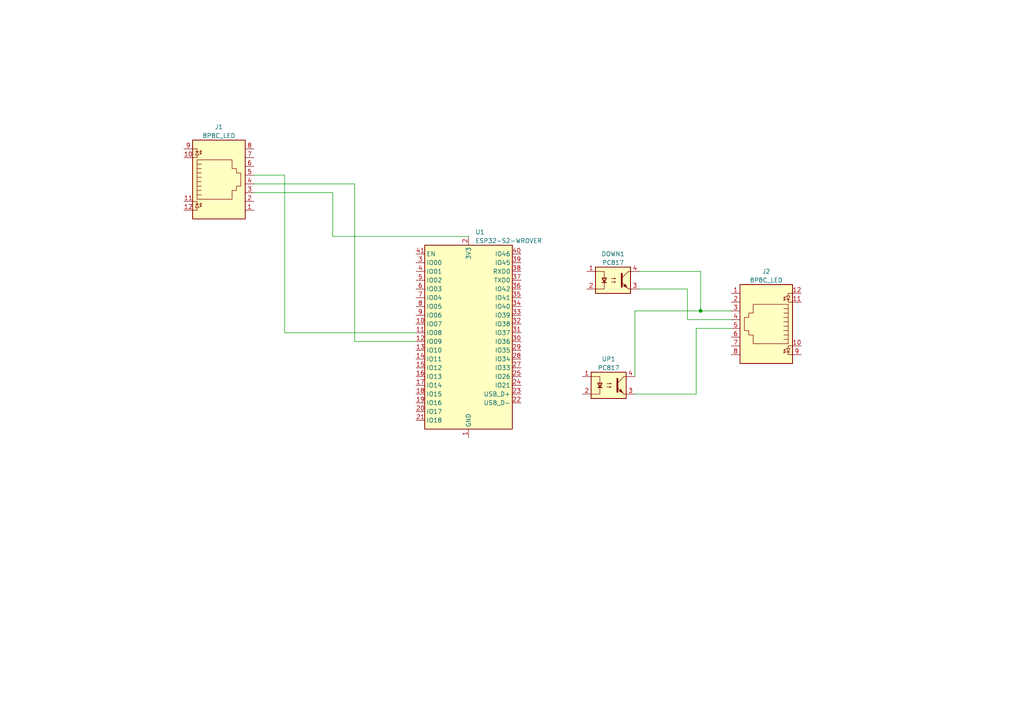
<source format=kicad_sch>
(kicad_sch (version 20230121) (generator eeschema)
  (paper "A4")
  (lib_symbols
    (symbol "Connector:8P8C_LED" (pin_names (offset 1.016))
      (property "Reference" "J" (at -5.08 13.97 0))
      (property "Value" "8P8C_LED" (at 1.27 13.97 0))
      (symbol "8P8C_LED_0_1"
        (polyline (pts (xy -7.62 -7.62) (xy -6.35 -7.62)))
        (polyline (pts (xy -7.62 -5.08) (xy -6.35 -5.08)))
        (polyline (pts (xy -7.62 7.62) (xy -6.35 7.62)))
        (polyline (pts (xy -7.62 10.16) (xy -6.35 10.16)))
        (polyline (pts (xy -6.858 -5.842) (xy -5.842 -5.842)))
        (polyline (pts (xy -6.858 9.398) (xy -5.842 9.398)))
        (polyline (pts (xy -6.35 -7.62) (xy -6.35 -6.858)))
        (polyline (pts (xy -6.35 -5.08) (xy -6.35 -5.842)))
        (polyline (pts (xy -6.35 7.62) (xy -6.35 8.382)))
        (polyline (pts (xy -6.35 10.16) (xy -6.35 9.398)))
        (polyline (pts (xy -5.08 -6.223) (xy -5.207 -6.604)))
        (polyline (pts (xy -5.08 -5.588) (xy -5.207 -5.969)))
        (polyline (pts (xy -5.08 4.445) (xy -6.35 4.445)))
        (polyline (pts (xy -5.08 5.715) (xy -6.35 5.715)))
        (polyline (pts (xy -5.08 9.017) (xy -5.207 8.636)))
        (polyline (pts (xy -5.08 9.652) (xy -5.207 9.271)))
        (polyline (pts (xy -6.35 -3.175) (xy -5.08 -3.175) (xy -5.08 -3.175)))
        (polyline (pts (xy -6.35 -1.905) (xy -5.08 -1.905) (xy -5.08 -1.905)))
        (polyline (pts (xy -6.35 -0.635) (xy -5.08 -0.635) (xy -5.08 -0.635)))
        (polyline (pts (xy -6.35 0.635) (xy -5.08 0.635) (xy -5.08 0.635)))
        (polyline (pts (xy -6.35 1.905) (xy -5.08 1.905) (xy -5.08 1.905)))
        (polyline (pts (xy -5.588 -6.731) (xy -5.08 -6.223) (xy -5.461 -6.35)))
        (polyline (pts (xy -5.588 -6.096) (xy -5.08 -5.588) (xy -5.461 -5.715)))
        (polyline (pts (xy -5.588 8.509) (xy -5.08 9.017) (xy -5.461 8.89)))
        (polyline (pts (xy -5.588 9.144) (xy -5.08 9.652) (xy -5.461 9.525)))
        (polyline (pts (xy -5.08 3.175) (xy -6.35 3.175) (xy -6.35 3.175)))
        (polyline (pts (xy -6.35 -5.842) (xy -6.858 -6.858) (xy -5.842 -6.858) (xy -6.35 -5.842)))
        (polyline (pts (xy -6.35 9.398) (xy -6.858 8.382) (xy -5.842 8.382) (xy -6.35 9.398)))
        (polyline (pts (xy -6.35 -4.445) (xy -6.35 6.985) (xy 3.81 6.985) (xy 3.81 4.445) (xy 5.08 4.445) (xy 5.08 3.175) (xy 6.35 3.175) (xy 6.35 -0.635) (xy 5.08 -0.635) (xy 5.08 -1.905) (xy 3.81 -1.905) (xy 3.81 -4.445) (xy -6.35 -4.445) (xy -6.35 -4.445)))
        (rectangle (start 7.62 12.7) (end -7.62 -10.16) (stroke (width 0.254)) (fill (type background)))
      )
      (symbol "8P8C_LED_1_1"
        (pin passive line (at 10.16 -7.62 180) (length 2.54) (name "~") (number "1"))
        (pin passive line (at -10.16 7.62 0) (length 2.54) (name "~") (number "10"))
        (pin passive line (at -10.16 -5.08 0) (length 2.54) (name "~") (number "11"))
        (pin passive line (at -10.16 -7.62 0) (length 2.54) (name "~") (number "12"))
        (pin passive line (at 10.16 -5.08 180) (length 2.54) (name "~") (number "2"))
        (pin passive line (at 10.16 -2.54 180) (length 2.54) (name "~") (number "3"))
        (pin passive line (at 10.16 0 180) (length 2.54) (name "~") (number "4"))
        (pin passive line (at 10.16 2.54 180) (length 2.54) (name "~") (number "5"))
        (pin passive line (at 10.16 5.08 180) (length 2.54) (name "~") (number "6"))
        (pin passive line (at 10.16 7.62 180) (length 2.54) (name "~") (number "7"))
        (pin passive line (at 10.16 10.16 180) (length 2.54) (name "~") (number "8"))
        (pin passive line (at -10.16 10.16 0) (length 2.54) (name "~") (number "9"))
      )
    )
    (symbol "Isolator:PC817" (pin_names (offset 1.016))
      (property "Reference" "U" (at -5.08 5.08 0))
      (property "Value" "PC817" (at 0 5.08 0))
      (symbol "PC817_0_1"
        (rectangle (start -5.08 3.81) (end 5.08 -3.81) (stroke (width 0.254)) (fill (type background)))
        (polyline (pts (xy -3.175 -0.635) (xy -1.905 -0.635)) (stroke (width 0.254)))
        (polyline (pts (xy 2.54 0.635) (xy 4.445 2.54)))
        (polyline (pts (xy 4.445 -2.54) (xy 2.54 -0.635)) (fill (type outline)))
        (polyline (pts (xy 4.445 -2.54) (xy 5.08 -2.54)))
        (polyline (pts (xy 4.445 2.54) (xy 5.08 2.54)))
        (polyline (pts (xy -5.08 2.54) (xy -2.54 2.54) (xy -2.54 -0.635)))
        (polyline (pts (xy -2.54 -0.635) (xy -2.54 -2.54) (xy -5.08 -2.54)))
        (polyline (pts (xy 2.54 1.905) (xy 2.54 -1.905) (xy 2.54 -1.905)) (stroke (width 0.508)))
        (polyline (pts (xy -2.54 -0.635) (xy -3.175 0.635) (xy -1.905 0.635) (xy -2.54 -0.635)) (stroke (width 0.254)))
        (polyline (pts (xy -0.508 -0.508) (xy 0.762 -0.508) (xy 0.381 -0.635) (xy 0.381 -0.381) (xy 0.762 -0.508)))
        (polyline (pts (xy -0.508 0.508) (xy 0.762 0.508) (xy 0.381 0.381) (xy 0.381 0.635) (xy 0.762 0.508)))
        (polyline (pts (xy 3.048 -1.651) (xy 3.556 -1.143) (xy 4.064 -2.159) (xy 3.048 -1.651) (xy 3.048 -1.651)) (fill (type outline)))
      )
      (symbol "PC817_1_1"
        (pin passive line (at -7.62 2.54 0) (length 2.54) (name "~") (number "1"))
        (pin passive line (at -7.62 -2.54 0) (length 2.54) (name "~") (number "2"))
        (pin passive line (at 7.62 -2.54 180) (length 2.54) (name "~") (number "3"))
        (pin passive line (at 7.62 2.54 180) (length 2.54) (name "~") (number "4"))
      )
    )
    (symbol "RF_Module:ESP32-S2-WROVER"
      (property "Reference" "U" (at -12.7 29.21 0))
      (property "Value" "ESP32-S2-WROVER" (at 2.54 29.21 0))
      (symbol "ESP32-S2-WROVER_0_1"
        (rectangle (start -12.7 27.94) (end 12.7 -25.4) (stroke (width 0.254)) (fill (type background)))
      )
      (symbol "ESP32-S2-WROVER_1_1"
        (pin power_in line (at 0 -27.94 90) (length 2.54) (name "GND") (number "1"))
        (pin bidirectional line (at -15.24 5.08 0) (length 2.54) (name "IO07") (number "10"))
        (pin bidirectional line (at -15.24 2.54 0) (length 2.54) (name "IO08") (number "11"))
        (pin bidirectional line (at -15.24 0 0) (length 2.54) (name "IO09") (number "12"))
        (pin bidirectional line (at -15.24 -2.54 0) (length 2.54) (name "IO10") (number "13"))
        (pin bidirectional line (at -15.24 -5.08 0) (length 2.54) (name "IO11") (number "14"))
        (pin bidirectional line (at -15.24 -7.62 0) (length 2.54) (name "IO12") (number "15"))
        (pin bidirectional line (at -15.24 -10.16 0) (length 2.54) (name "IO13") (number "16"))
        (pin bidirectional line (at -15.24 -12.7 0) (length 2.54) (name "IO14") (number "17"))
        (pin bidirectional line (at -15.24 -15.24 0) (length 2.54) (name "IO15") (number "18"))
        (pin bidirectional line (at -15.24 -17.78 0) (length 2.54) (name "IO16") (number "19"))
        (pin power_in line (at 0 30.48 270) (length 2.54) (name "3V3") (number "2"))
        (pin bidirectional line (at -15.24 -20.32 0) (length 2.54) (name "IO17") (number "20"))
        (pin bidirectional line (at -15.24 -22.86 0) (length 2.54) (name "IO18") (number "21"))
        (pin bidirectional line (at 15.24 -17.78 180) (length 2.54) (name "USB_D-") (number "22"))
        (pin bidirectional line (at 15.24 -15.24 180) (length 2.54) (name "USB_D+") (number "23"))
        (pin bidirectional line (at 15.24 -12.7 180) (length 2.54) (name "IO21") (number "24"))
        (pin bidirectional line (at 15.24 -10.16 180) (length 2.54) (name "IO26") (number "25"))
        (pin passive line (at 0 -27.94 90) (length 2.54) hide (name "GND") (number "26"))
        (pin bidirectional line (at 15.24 -7.62 180) (length 2.54) (name "IO33") (number "27"))
        (pin bidirectional line (at 15.24 -5.08 180) (length 2.54) (name "IO34") (number "28"))
        (pin bidirectional line (at 15.24 -2.54 180) (length 2.54) (name "IO35") (number "29"))
        (pin bidirectional line (at -15.24 22.86 0) (length 2.54) (name "IO00") (number "3"))
        (pin bidirectional line (at 15.24 0 180) (length 2.54) (name "IO36") (number "30"))
        (pin bidirectional line (at 15.24 2.54 180) (length 2.54) (name "IO37") (number "31"))
        (pin bidirectional line (at 15.24 5.08 180) (length 2.54) (name "IO38") (number "32"))
        (pin bidirectional line (at 15.24 7.62 180) (length 2.54) (name "IO39") (number "33"))
        (pin bidirectional line (at 15.24 10.16 180) (length 2.54) (name "IO40") (number "34"))
        (pin bidirectional line (at 15.24 12.7 180) (length 2.54) (name "IO41") (number "35"))
        (pin bidirectional line (at 15.24 15.24 180) (length 2.54) (name "IO42") (number "36"))
        (pin bidirectional line (at 15.24 17.78 180) (length 2.54) (name "TXD0") (number "37"))
        (pin bidirectional line (at 15.24 20.32 180) (length 2.54) (name "RXD0") (number "38"))
        (pin bidirectional line (at 15.24 22.86 180) (length 2.54) (name "IO45") (number "39"))
        (pin bidirectional line (at -15.24 20.32 0) (length 2.54) (name "IO01") (number "4"))
        (pin input line (at 15.24 25.4 180) (length 2.54) (name "IO46") (number "40"))
        (pin input line (at -15.24 25.4 0) (length 2.54) (name "EN") (number "41"))
        (pin passive line (at 0 -27.94 90) (length 2.54) hide (name "GND") (number "42"))
        (pin passive line (at 0 -27.94 90) (length 2.54) hide (name "GND") (number "43"))
        (pin bidirectional line (at -15.24 17.78 0) (length 2.54) (name "IO02") (number "5"))
        (pin bidirectional line (at -15.24 15.24 0) (length 2.54) (name "IO03") (number "6"))
        (pin bidirectional line (at -15.24 12.7 0) (length 2.54) (name "IO04") (number "7"))
        (pin bidirectional line (at -15.24 10.16 0) (length 2.54) (name "IO05") (number "8"))
        (pin bidirectional line (at -15.24 7.62 0) (length 2.54) (name "IO06") (number "9"))
      )
    )
  )
  (junction (at 203.2 90.17))
  (wire (pts (xy 185.42 78.74) (xy 203.2 78.74)))
  (wire (pts (xy 203.2 90.17) (xy 212.09 90.17)))
  (wire (pts (xy 201.93 95.25) (xy 212.09 95.25)))
  (wire (pts (xy 102.87 99.06) (xy 120.65 99.06)))
  (wire (pts (xy 73.66 55.88) (xy 96.52 55.88)))
  (wire (pts (xy 96.52 55.88) (xy 96.52 68.58)))
  (wire (pts (xy 82.55 50.8) (xy 82.55 96.52)))
  (wire (pts (xy 96.52 68.58) (xy 135.89 68.58)))
  (wire (pts (xy 73.66 50.8) (xy 82.55 50.8)))
  (wire (pts (xy 73.66 53.34) (xy 102.87 53.34)))
  (wire (pts (xy 102.87 53.34) (xy 102.87 99.06)))
  (wire (pts (xy 185.42 83.82) (xy 199.39 83.82)))
  (wire (pts (xy 203.2 90.17) (xy 184.15 90.17)))
  (wire (pts (xy 201.93 114.3) (xy 201.93 95.25)))
  (wire (pts (xy 184.15 114.3) (xy 201.93 114.3)))
  (wire (pts (xy 199.39 83.82) (xy 199.39 92.71)))
  (wire (pts (xy 203.2 78.74) (xy 203.2 90.17)))
  (wire (pts (xy 184.15 90.17) (xy 184.15 109.22)))
  (wire (pts (xy 199.39 92.71) (xy 212.09 92.71)))
  (wire (pts (xy 82.55 96.52) (xy 120.65 96.52)))
  (symbol (lib_id "RF_Module:ESP32-S2-WROVER") (at 135.89 99.06 0) (unit 1)
    (property "Reference" "U1" (at 137.8459 67.31 0) (effects (justify left)))
    (property "Value" "ESP32-S2-WROVER" (at 137.8459 69.85 0) (effects (justify left)))
    (property "Footprint" "RF_Module:ESP32-S2-WROVER" (effects hide))
    (property "Datasheet" "https://www.espressif.com/sites/default/files/documentation/esp32-s2-wroom_esp32-s2-wroom-i_datasheet_en.pdf" (effects hide))
  )
  (symbol (lib_id "Connector:8P8C_LED") (at 222.25 92.71 180) (unit 1)
    (property "Reference" "J2" (at 222.25 78.74 0))
    (property "Value" "8P8C_LED" (at 222.25 81.28 0))
    (property "Footprint" "Connector_RJ:RJ45_Amphenol_RJHSE538X" (effects hide))
  )
  (symbol (lib_id "Isolator:PC817") (at 176.53 111.76 0) (unit 1)
    (property "Reference" "UP1" (at 176.53 104.14 0))
    (property "Value" "PC817" (at 176.53 106.68 0))
    (property "Footprint" "Package_DIP:DIP-4_W7.62mm" (effects hide))
    (property "Datasheet" "http://www.soselectronic.cz/a_info/resource/d/pc817.pdf" (effects hide))
  )
  (symbol (lib_id "Isolator:PC817") (at 177.8 81.28 0) (unit 1)
    (property "Reference" "DOWN1" (at 177.8 73.66 0))
    (property "Value" "PC817" (at 177.8 76.2 0))
    (property "Footprint" "Package_DIP:DIP-4_W7.62mm" (effects hide))
    (property "Datasheet" "http://www.soselectronic.cz/a_info/resource/d/pc817.pdf" (effects hide))
  )
  (symbol (lib_id "Connector:8P8C_LED") (at 63.5 53.34 0) (unit 1)
    (property "Reference" "J1" (at 63.5 36.83 0))
    (property "Value" "8P8C_LED" (at 63.5 39.37 0))
    (property "Footprint" "Connector_RJ:RJ45_Amphenol_RJHSE538X" (effects hide))
  )
)
</source>
